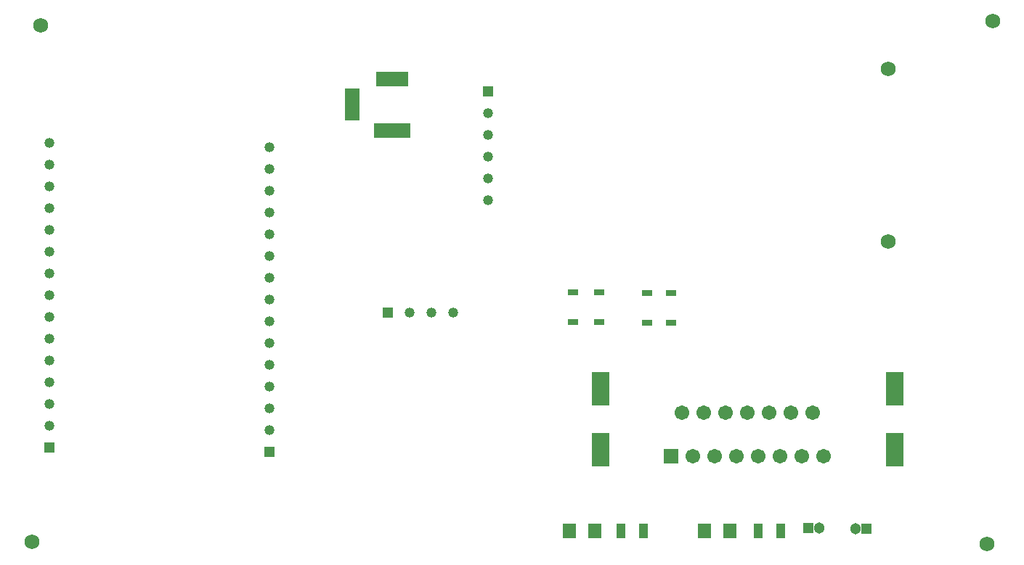
<source format=gts>
%TF.GenerationSoftware,Altium Limited,Altium Designer,23.7.1 (13)*%
G04 Layer_Color=8388736*
%FSLAX45Y45*%
%MOMM*%
%TF.SameCoordinates,4FC3C7EC-8D88-42E2-AD13-77C46488DAC4*%
%TF.FilePolarity,Negative*%
%TF.FileFunction,Soldermask,Top*%
%TF.Part,Single*%
G01*
G75*
%TA.AperFunction,SMDPad,CuDef*%
%ADD10R,1.19380X0.66040*%
%ADD12R,2.00000X4.00000*%
%ADD37R,1.60320X1.80320*%
%ADD38R,1.10320X1.75320*%
%TA.AperFunction,WasherPad*%
%ADD39C,1.72720*%
%TA.AperFunction,ComponentPad*%
%ADD40R,1.30320X1.30320*%
%ADD41C,1.30320*%
%ADD42C,1.70320*%
%ADD43R,1.70320X1.70320*%
%ADD44R,1.18820X1.18820*%
%ADD45C,1.18820*%
%ADD46R,4.20320X1.70320*%
%ADD47R,3.70320X1.70320*%
%ADD48R,1.70320X3.70320*%
%ADD49R,1.18820X1.18820*%
D10*
X7886700Y3274060D02*
D03*
Y2923540D02*
D03*
X7607300D02*
D03*
Y3274060D02*
D03*
X6743700Y3286760D02*
D03*
Y2936240D02*
D03*
X7048500Y3286760D02*
D03*
Y2936240D02*
D03*
D12*
X7061200Y1448400D02*
D03*
Y2158400D02*
D03*
X10490200Y1448400D02*
D03*
Y2158400D02*
D03*
D37*
X8570100Y495300D02*
D03*
X8270100D02*
D03*
X6695300D02*
D03*
X6995300D02*
D03*
D38*
X8897200D02*
D03*
X9162200D02*
D03*
X7297000D02*
D03*
X7562000D02*
D03*
D39*
X10414000Y5892800D02*
D03*
Y3873500D02*
D03*
X11569700Y342900D02*
D03*
X11633200Y6451600D02*
D03*
X431800Y368300D02*
D03*
X533400Y6400800D02*
D03*
D40*
X9486900Y533400D02*
D03*
X10160000Y520700D02*
D03*
D41*
X9613900Y533400D02*
D03*
X10033000Y520700D02*
D03*
D42*
X9664700Y1371600D02*
D03*
X9537700Y1879600D02*
D03*
X9410700Y1371600D02*
D03*
X9283700Y1879600D02*
D03*
X9156700Y1371600D02*
D03*
X9029700Y1879600D02*
D03*
X8902700Y1371600D02*
D03*
X8775700Y1879600D02*
D03*
X8648700Y1371600D02*
D03*
X8521700Y1879600D02*
D03*
X8394700Y1371600D02*
D03*
X8267700Y1879600D02*
D03*
X8140700Y1371600D02*
D03*
X8013700Y1879600D02*
D03*
D43*
X7886700Y1371600D02*
D03*
D44*
X3200400Y1422400D02*
D03*
X635000Y1473200D02*
D03*
X5753100Y5626100D02*
D03*
D45*
X3200400Y1676400D02*
D03*
Y1930400D02*
D03*
Y2184400D02*
D03*
Y2438400D02*
D03*
Y2692400D02*
D03*
Y2946400D02*
D03*
Y3200400D02*
D03*
Y3454400D02*
D03*
Y3708400D02*
D03*
Y3962400D02*
D03*
Y4216400D02*
D03*
Y4470400D02*
D03*
Y4724400D02*
D03*
Y4978400D02*
D03*
X635000Y1727200D02*
D03*
Y1981200D02*
D03*
Y2235200D02*
D03*
Y2489200D02*
D03*
Y2743200D02*
D03*
Y2997200D02*
D03*
Y3251200D02*
D03*
Y3505200D02*
D03*
Y3759200D02*
D03*
Y4013200D02*
D03*
Y4267200D02*
D03*
Y4521200D02*
D03*
Y4775200D02*
D03*
Y5029200D02*
D03*
X5346700Y3048000D02*
D03*
X5092700D02*
D03*
X4838700D02*
D03*
X5753100Y4356100D02*
D03*
Y4610100D02*
D03*
Y4864100D02*
D03*
Y5118100D02*
D03*
Y5372100D02*
D03*
D46*
X4635500Y5173700D02*
D03*
D47*
Y5773700D02*
D03*
D48*
X4165500Y5473700D02*
D03*
D49*
X4584700Y3048000D02*
D03*
%TF.MD5,abec9af8681b297b9e0bfdeff714ebd2*%
M02*

</source>
